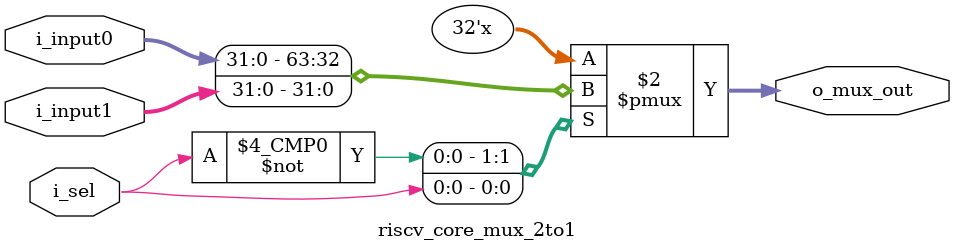
<source format=sv>
module riscv_core_mux_2to1 #(
    parameter DATA_WIDTH = 32 
) (
    input logic [DATA_WIDTH-1 :0] i_input0 ,
    input logic [DATA_WIDTH-1 :0] i_input1 ,
    input logic                   i_sel ,
    output logic [DATA_WIDTH-1 :0] o_mux_out
);

always_comb begin : MUX_PROC
    o_mux_out = 0;
    case (i_sel)
      1'b0  : o_mux_out = i_input0;
      1'b1  : o_mux_out = i_input1;
     default: o_mux_out = 0;
    endcase    
end
    
endmodule
</source>
